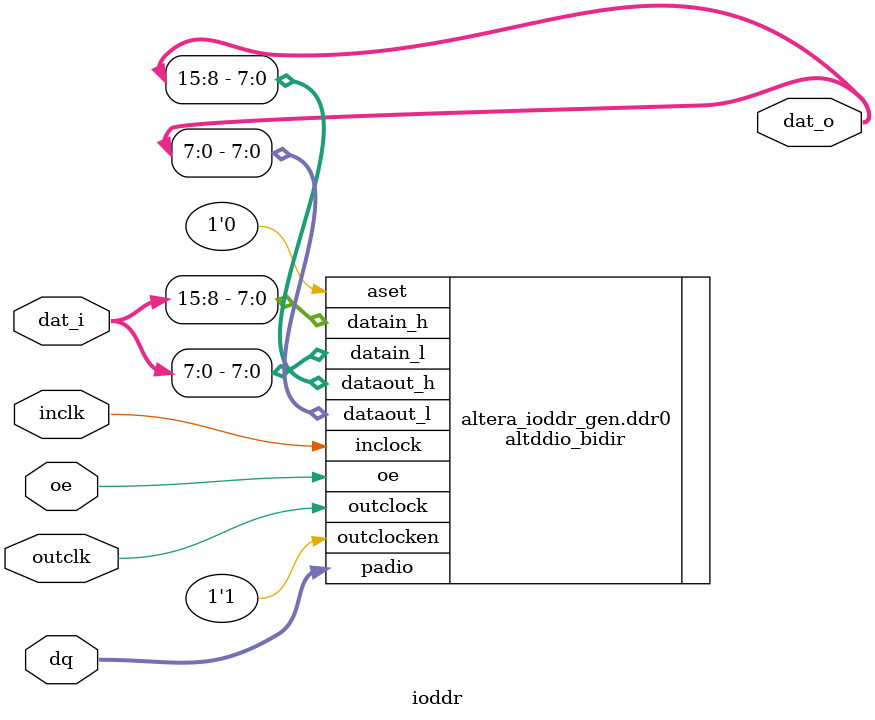
<source format=v>
module ioddr
#(
    parameter TARGET = "ALTERA",
    parameter WIDTH = 8
)
(
    input                       inclk,
    input                       outclk,
    input                       oe,
    input   [(WIDTH<<1)-1:0]    dat_i,
    output  [(WIDTH<<1)-1:0]    dat_o,
    inout   [WIDTH-1:0]         dq
);

// TODO: Add additional DDR implementations.
// Currently only Altera ALTDDR is supported.
/* verilator lint_off WIDTH */
generate
if(TARGET == "ALTERA") begin : altera_ioddr_gen
    // https://www.intel.com/content/dam/www/programmable/us/en/pdfs/literature/ug/ug_altddio.pdf

    altddio_bidir #(
        .WIDTH(WIDTH),
        .POWER_UP_HIGH("OFF"),
        .OE_REG("UNUSED")
    ) ddr0 (
        .inclock(inclk),
        .outclock(outclk),
        .oe(oe),
        .outclocken(1'b1),
        .aset(1'b0),
        .datain_h(dat_i[(WIDTH<<1)-1 : (WIDTH)]),
        .datain_l(dat_i[WIDTH-1:0]),
        .dataout_h(dat_o[(WIDTH<<1)-1 : (WIDTH)]),
        .dataout_l(dat_o[WIDTH-1:0]),
        .padio(dq)
    );

end else begin
    // Fallback to pure verilog for simulation

    /* verilator lint_off MULTIDRIVEN */
    reg [(WIDTH<<1)-1:0] d;
    reg [WIDTH-1:0] q;

    // Tristate
    assign dq = oe ? q : {WIDTH{1'bz}};
    assign dat_o = d;

    // Reads on input clock
    always @(posedge inclk) begin
        if(!oe) begin
            d[(WIDTH<<1)-1:WIDTH] <= dq;
        end
    end

    always @(negedge inclk) begin
        if(!oe) begin
            d[WIDTH-1:0] <= dq;
        end
    end

    // Writes on output clock
    always @(posedge outclk) begin
        if(oe) begin
            q <= dat_i[WIDTH-1:0];
        end 
    end

    always @(negedge outclk) begin
        if(oe) begin
            q <= dat_i[(WIDTH<<1)-1 : WIDTH];
        end 
    end
    /* verilator lint_on MULTIDRIVEN */
end

endgenerate

endmodule


</source>
